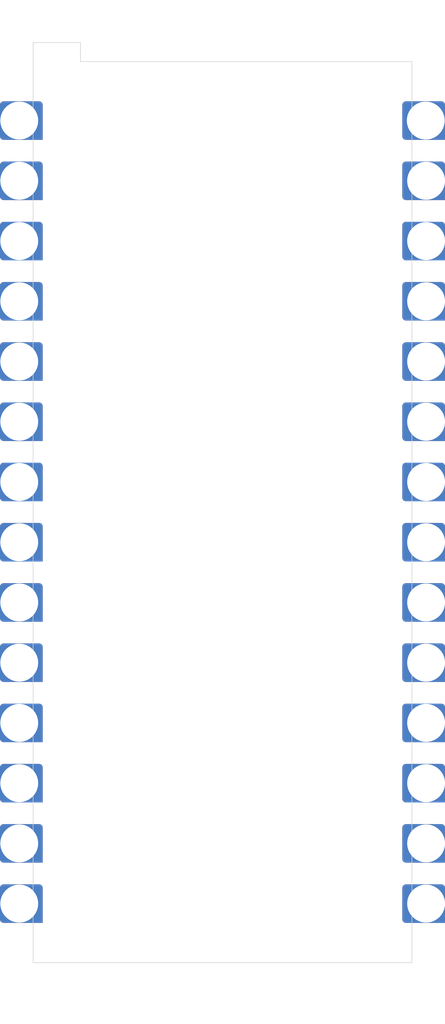
<source format=kicad_pcb>
(kicad_pcb (version 20171130) (host pcbnew 5.1.8-db9833491~88~ubuntu20.10.1)

  (general
    (thickness 1.6)
    (drawings 6)
    (tracks 0)
    (zones 0)
    (modules 2)
    (nets 1)
  )

  (page A4)
  (layers
    (0 Top signal)
    (31 Bottom signal)
    (32 B.Adhes user hide)
    (33 F.Adhes user hide)
    (34 B.Paste user hide)
    (35 F.Paste user hide)
    (36 B.SilkS user)
    (37 F.SilkS user)
    (38 B.Mask user)
    (39 F.Mask user)
    (40 Dwgs.User user)
    (41 Cmts.User user hide)
    (42 Eco1.User user hide)
    (43 Eco2.User user)
    (44 Edge.Cuts user)
    (45 Margin user hide)
    (46 B.CrtYd user hide)
    (47 F.CrtYd user hide)
    (48 B.Fab user hide)
    (49 F.Fab user hide)
  )

  (setup
    (last_trace_width 0.2032)
    (user_trace_width 0.2032)
    (user_trace_width 0.4064)
    (trace_clearance 0.2032)
    (zone_clearance 0.508)
    (zone_45_only no)
    (trace_min 0.1524)
    (via_size 0.508)
    (via_drill 0.254)
    (via_min_size 0.254)
    (via_min_drill 0.254)
    (user_via 0.508 0.254)
    (uvia_size 0.508)
    (uvia_drill 0.254)
    (uvias_allowed no)
    (uvia_min_size 0.508)
    (uvia_min_drill 0.1524)
    (edge_width 0.0254)
    (segment_width 0.2032)
    (pcb_text_width 0.254)
    (pcb_text_size 1.2192 1.2192)
    (mod_edge_width 0.0762)
    (mod_text_size 0.6096 0.6096)
    (mod_text_width 0.0762)
    (pad_size 0.7 0.7)
    (pad_drill 0.7)
    (pad_to_mask_clearance 0)
    (aux_axis_origin 0 0)
    (grid_origin 147.2184 99.187)
    (visible_elements FFFFFF7F)
    (pcbplotparams
      (layerselection 0x01ff0_ffffffff)
      (usegerberextensions false)
      (usegerberattributes false)
      (usegerberadvancedattributes false)
      (creategerberjobfile false)
      (excludeedgelayer true)
      (linewidth 0.050800)
      (plotframeref false)
      (viasonmask false)
      (mode 1)
      (useauxorigin false)
      (hpglpennumber 1)
      (hpglpenspeed 20)
      (hpglpendiameter 15.000000)
      (psnegative false)
      (psa4output false)
      (plotreference true)
      (plotvalue true)
      (plotinvisibletext false)
      (padsonsilk false)
      (subtractmaskfromsilk false)
      (outputformat 1)
      (mirror false)
      (drillshape 0)
      (scaleselection 1)
      (outputdirectory "gerber_export/bump/"))
  )

  (net 0 "")

  (net_class Default "This is the default net class."
    (clearance 0.2032)
    (trace_width 0.2032)
    (via_dia 0.508)
    (via_drill 0.254)
    (uvia_dia 0.508)
    (uvia_drill 0.254)
    (diff_pair_width 0.2032)
    (diff_pair_gap 0.254)
  )

  (module 000_LOCAL:pcb2molex8878 locked (layer Top) (tedit 5FBFFF60) (tstamp 5DAB3CD0)
    (at 147.2184 99.187)
    (descr "Castellated edge contacts to fit Molex 8878 Socket")
    (solder_mask_margin 0.0508)
    (fp_text reference contacts1 (at -0.9906 -0.9906 -90) (layer Dwgs.User) hide
      (effects (font (size 1.2065 1.2065) (thickness 0.127)) (justify left bottom))
    )
    (fp_text value Molex_50-39-5288 (at 2.0701 -8.8773 -90) (layer F.Fab) hide
      (effects (font (size 1.2065 1.2065) (thickness 0.1016)) (justify left bottom))
    )
    (fp_arc (start -5.4229 19.9136) (end -4.5593 19.9136) (angle -90) (layer Eco1.User) (width 0.00508))
    (fp_arc (start -2.1717 19.9136) (end -2.1717 19.05) (angle -90) (layer Eco1.User) (width 0.00508))
    (fp_arc (start 5.4229 19.9136) (end 5.4229 19.05) (angle -90) (layer Eco1.User) (width 0.00508))
    (fp_arc (start 2.1717 19.9136) (end 3.0353 19.9136) (angle -90) (layer Eco1.User) (width 0.00508))
    (fp_arc (start -1.6256 -19.9136) (end -1.6256 -19.05) (angle -90) (layer Eco1.User) (width 0.00508))
    (fp_arc (start 1.6256 -19.9136) (end 0.762 -19.9136) (angle -90) (layer Eco1.User) (width 0.00508))
    (fp_text user "Eco1.User is Edge.Cuts for use without carrier." (at -0.0298 12.25) (layer Eco1.User)
      (effects (font (size 0.2 0.2) (thickness 0.01)))
    )
    (fp_line (start -0.762 -19.05) (end -0.762 -21.59) (layer Eco1.User) (width 0.01))
    (fp_line (start -0.762 -21.59) (end 0.762 -21.59) (layer Eco1.User) (width 0.01))
    (fp_line (start 0.762 -21.59) (end 0.762 -19.05) (layer Eco1.User) (width 0.01))
    (fp_line (start -4.5593 19.05) (end -4.5593 21.59) (layer Eco1.User) (width 0.01))
    (fp_line (start -4.5593 21.59) (end -3.0353 21.59) (layer Eco1.User) (width 0.01))
    (fp_line (start -3.0353 21.59) (end -3.0353 19.05) (layer Eco1.User) (width 0.01))
    (fp_line (start 4.5593 19.05) (end 4.5593 21.59) (layer Eco1.User) (width 0.01))
    (fp_line (start 4.5593 21.59) (end 3.0353 21.59) (layer Eco1.User) (width 0.01))
    (fp_line (start 3.0353 21.59) (end 3.0353 19.05) (layer Eco1.User) (width 0.01))
    (fp_line (start 3.0353 19.05) (end -3.0353 19.05) (layer Eco1.User) (width 0.01))
    (fp_line (start -8.1 19.05) (end -8.1 -19.05) (layer Eco1.User) (width 0.01))
    (fp_line (start 8.1 19.05) (end 8.1 -19.05) (layer Eco1.User) (width 0.01))
    (fp_line (start -8.1 -19.05) (end -0.762 -19.05) (layer Eco1.User) (width 0.01))
    (fp_line (start 0.762 -19.05) (end 8.1 -19.05) (layer Eco1.User) (width 0.01))
    (fp_line (start -8.1 19.05) (end -4.5593 19.05) (layer Eco1.User) (width 0.01))
    (fp_line (start 4.5593 19.05) (end 8.1 19.05) (layer Eco1.User) (width 0.01))
    (fp_poly (pts (xy -7.747 -15.8496) (xy -9.2456 -15.8496) (xy -9.2456 -17.1704) (xy -7.747 -17.1704)) (layer Bottom) (width 0.3048))
    (fp_poly (pts (xy -7.747 -15.8496) (xy -9.2456 -15.8496) (xy -9.2456 -17.1704) (xy -7.747 -17.1704)) (layer Top) (width 0.3048))
    (fp_poly (pts (xy -7.747 -13.3096) (xy -9.2456 -13.3096) (xy -9.2456 -14.6304) (xy -7.747 -14.6304)) (layer Top) (width 0.3048))
    (fp_poly (pts (xy -7.747 -10.7696) (xy -9.2456 -10.7696) (xy -9.2456 -12.0904) (xy -7.747 -12.0904)) (layer Top) (width 0.3048))
    (fp_poly (pts (xy -7.747 -8.2296) (xy -9.2456 -8.2296) (xy -9.2456 -9.5504) (xy -7.747 -9.5504)) (layer Top) (width 0.3048))
    (fp_poly (pts (xy -7.747 -5.6896) (xy -9.2456 -5.6896) (xy -9.2456 -7.0104) (xy -7.747 -7.0104)) (layer Top) (width 0.3048))
    (fp_poly (pts (xy -7.747 -3.1496) (xy -9.2456 -3.1496) (xy -9.2456 -4.4704) (xy -7.747 -4.4704)) (layer Top) (width 0.3048))
    (fp_poly (pts (xy -7.747 -0.6096) (xy -9.2456 -0.6096) (xy -9.2456 -1.9304) (xy -7.747 -1.9304)) (layer Top) (width 0.3048))
    (fp_poly (pts (xy -7.747 1.9304) (xy -9.2456 1.9304) (xy -9.2456 0.6096) (xy -7.747 0.6096)) (layer Top) (width 0.3048))
    (fp_poly (pts (xy -7.747 4.4704) (xy -9.2456 4.4704) (xy -9.2456 3.1496) (xy -7.747 3.1496)) (layer Top) (width 0.3048))
    (fp_poly (pts (xy -7.747 7.0104) (xy -9.2456 7.0104) (xy -9.2456 5.6896) (xy -7.747 5.6896)) (layer Top) (width 0.3048))
    (fp_poly (pts (xy -7.747 9.5504) (xy -9.2456 9.5504) (xy -9.2456 8.2296) (xy -7.747 8.2296)) (layer Top) (width 0.3048))
    (fp_poly (pts (xy -7.747 12.0904) (xy -9.2456 12.0904) (xy -9.2456 10.7696) (xy -7.747 10.7696)) (layer Top) (width 0.3048))
    (fp_poly (pts (xy -7.747 14.6304) (xy -9.2456 14.6304) (xy -9.2456 13.3096) (xy -7.747 13.3096)) (layer Top) (width 0.3048))
    (fp_poly (pts (xy -7.747 17.1704) (xy -9.2456 17.1704) (xy -9.2456 15.8496) (xy -7.747 15.8496)) (layer Top) (width 0.3048))
    (fp_poly (pts (xy -7.747 10.7696) (xy -9.2456 10.7696) (xy -9.2456 12.0904) (xy -7.747 12.0904)) (layer Bottom) (width 0.3048))
    (fp_poly (pts (xy -7.747 15.8496) (xy -9.2456 15.8496) (xy -9.2456 17.1704) (xy -7.747 17.1704)) (layer Bottom) (width 0.3048))
    (fp_poly (pts (xy -7.747 -14.6304) (xy -9.2456 -14.6304) (xy -9.2456 -13.3096) (xy -7.747 -13.3096)) (layer Bottom) (width 0.3048))
    (fp_poly (pts (xy -7.747 8.2296) (xy -9.2456 8.2296) (xy -9.2456 9.5504) (xy -7.747 9.5504)) (layer Bottom) (width 0.3048))
    (fp_poly (pts (xy -7.747 5.6896) (xy -9.2456 5.6896) (xy -9.2456 7.0104) (xy -7.747 7.0104)) (layer Bottom) (width 0.3048))
    (fp_poly (pts (xy -7.747 -7.0104) (xy -9.2456 -7.0104) (xy -9.2456 -5.6896) (xy -7.747 -5.6896)) (layer Bottom) (width 0.3048))
    (fp_poly (pts (xy -7.747 -9.5504) (xy -9.2456 -9.5504) (xy -9.2456 -8.2296) (xy -7.747 -8.2296)) (layer Bottom) (width 0.3048))
    (fp_poly (pts (xy -7.747 13.3096) (xy -9.2456 13.3096) (xy -9.2456 14.6304) (xy -7.747 14.6304)) (layer Bottom) (width 0.3048))
    (fp_poly (pts (xy -7.747 -1.9304) (xy -9.2456 -1.9304) (xy -9.2456 -0.6096) (xy -7.747 -0.6096)) (layer Bottom) (width 0.3048))
    (fp_poly (pts (xy -7.747 -4.4704) (xy -9.2456 -4.4704) (xy -9.2456 -3.1496) (xy -7.747 -3.1496)) (layer Bottom) (width 0.3048))
    (fp_poly (pts (xy -7.747 -12.0904) (xy -9.2456 -12.0904) (xy -9.2456 -10.7696) (xy -7.747 -10.7696)) (layer Bottom) (width 0.3048))
    (fp_poly (pts (xy -7.747 3.1496) (xy -9.2456 3.1496) (xy -9.2456 4.4704) (xy -7.747 4.4704)) (layer Bottom) (width 0.3048))
    (fp_poly (pts (xy -7.747 0.6096) (xy -9.2456 0.6096) (xy -9.2456 1.9304) (xy -7.747 1.9304)) (layer Bottom) (width 0.3048))
    (fp_poly (pts (xy 9.2456 -15.8496) (xy 7.747 -15.8496) (xy 7.747 -17.1704) (xy 9.2456 -17.1704)) (layer Bottom) (width 0.3048))
    (fp_poly (pts (xy 9.2456 -15.8496) (xy 7.747 -15.8496) (xy 7.747 -17.1704) (xy 9.2456 -17.1704)) (layer Top) (width 0.3048))
    (fp_poly (pts (xy 9.2456 -8.2296) (xy 7.747 -8.2296) (xy 7.747 -9.5504) (xy 9.2456 -9.5504)) (layer Top) (width 0.3048))
    (fp_poly (pts (xy 9.2456 15.8496) (xy 7.747 15.8496) (xy 7.747 17.1704) (xy 9.2456 17.1704)) (layer Bottom) (width 0.3048))
    (fp_poly (pts (xy 9.2456 -13.3096) (xy 7.747 -13.3096) (xy 7.747 -14.6304) (xy 9.2456 -14.6304)) (layer Top) (width 0.3048))
    (fp_poly (pts (xy 9.2456 -7.0104) (xy 7.747 -7.0104) (xy 7.747 -5.6896) (xy 9.2456 -5.6896)) (layer Bottom) (width 0.3048))
    (fp_poly (pts (xy 9.2456 5.6896) (xy 7.747 5.6896) (xy 7.747 7.0104) (xy 9.2456 7.0104)) (layer Bottom) (width 0.3048))
    (fp_poly (pts (xy 9.2456 17.1704) (xy 7.747 17.1704) (xy 7.747 15.8496) (xy 9.2456 15.8496)) (layer Top) (width 0.3048))
    (fp_poly (pts (xy 9.2456 -5.6896) (xy 7.747 -5.6896) (xy 7.747 -7.0104) (xy 9.2456 -7.0104)) (layer Top) (width 0.3048))
    (fp_poly (pts (xy 9.2456 -1.9304) (xy 7.747 -1.9304) (xy 7.747 -0.6096) (xy 9.2456 -0.6096)) (layer Bottom) (width 0.3048))
    (fp_poly (pts (xy 9.2456 -3.1496) (xy 7.747 -3.1496) (xy 7.747 -4.4704) (xy 9.2456 -4.4704)) (layer Top) (width 0.3048))
    (fp_poly (pts (xy 9.2456 9.5504) (xy 7.747 9.5504) (xy 7.747 8.2296) (xy 9.2456 8.2296)) (layer Top) (width 0.3048))
    (fp_poly (pts (xy 9.2456 12.0904) (xy 7.747 12.0904) (xy 7.747 10.7696) (xy 9.2456 10.7696)) (layer Top) (width 0.3048))
    (fp_poly (pts (xy 9.2456 -14.6304) (xy 7.747 -14.6304) (xy 7.747 -13.3096) (xy 9.2456 -13.3096)) (layer Bottom) (width 0.3048))
    (fp_poly (pts (xy 9.2456 -12.0904) (xy 7.747 -12.0904) (xy 7.747 -10.7696) (xy 9.2456 -10.7696)) (layer Bottom) (width 0.3048))
    (fp_poly (pts (xy 9.2456 3.1496) (xy 7.747 3.1496) (xy 7.747 4.4704) (xy 9.2456 4.4704)) (layer Bottom) (width 0.3048))
    (fp_poly (pts (xy 9.2456 0.6096) (xy 7.747 0.6096) (xy 7.747 1.9304) (xy 9.2456 1.9304)) (layer Bottom) (width 0.3048))
    (fp_poly (pts (xy 9.2456 -9.5504) (xy 7.747 -9.5504) (xy 7.747 -8.2296) (xy 9.2456 -8.2296)) (layer Bottom) (width 0.3048))
    (fp_poly (pts (xy 9.2456 -10.7696) (xy 7.747 -10.7696) (xy 7.747 -12.0904) (xy 9.2456 -12.0904)) (layer Top) (width 0.3048))
    (fp_poly (pts (xy 9.2456 13.3096) (xy 7.747 13.3096) (xy 7.747 14.6304) (xy 9.2456 14.6304)) (layer Bottom) (width 0.3048))
    (fp_poly (pts (xy 9.2456 8.2296) (xy 7.747 8.2296) (xy 7.747 9.5504) (xy 9.2456 9.5504)) (layer Bottom) (width 0.3048))
    (fp_poly (pts (xy 9.2456 -4.4704) (xy 7.747 -4.4704) (xy 7.747 -3.1496) (xy 9.2456 -3.1496)) (layer Bottom) (width 0.3048))
    (fp_poly (pts (xy 9.2456 4.4704) (xy 7.747 4.4704) (xy 7.747 3.1496) (xy 9.2456 3.1496)) (layer Top) (width 0.3048))
    (fp_poly (pts (xy 9.2456 10.7696) (xy 7.747 10.7696) (xy 7.747 12.0904) (xy 9.2456 12.0904)) (layer Bottom) (width 0.3048))
    (fp_poly (pts (xy 9.2456 7.0104) (xy 7.747 7.0104) (xy 7.747 5.6896) (xy 9.2456 5.6896)) (layer Top) (width 0.3048))
    (fp_poly (pts (xy 9.2456 14.6304) (xy 7.747 14.6304) (xy 7.747 13.3096) (xy 9.2456 13.3096)) (layer Top) (width 0.3048))
    (fp_poly (pts (xy 9.2456 -0.6096) (xy 7.747 -0.6096) (xy 7.747 -1.9304) (xy 9.2456 -1.9304)) (layer Top) (width 0.3048))
    (fp_poly (pts (xy 9.2456 1.9304) (xy 7.747 1.9304) (xy 7.747 0.6096) (xy 9.2456 0.6096)) (layer Top) (width 0.3048))
    (pad 1 thru_hole circle (at -8.5852 -16.51) (size 1.6002 1.6002) (drill 1.59766) (layers *.Cu *.Mask)
      (zone_connect 0))
    (pad 28 thru_hole circle (at 8.5852 -16.51 180) (size 1.6002 1.6002) (drill 1.59766) (layers *.Cu *.Mask))
    (pad 14 thru_hole circle (at -8.5852 16.51) (size 1.6002 1.6002) (drill 1.59766) (layers *.Cu *.Mask)
      (zone_connect 0))
    (pad 27 thru_hole circle (at 8.6 -13.97 180) (size 1.6002 1.6002) (drill 1.59766) (layers *.Cu *.Mask))
    (pad 13 thru_hole circle (at -8.5852 13.97) (size 1.6002 1.6002) (drill 1.59766) (layers *.Cu *.Mask)
      (zone_connect 0))
    (pad 26 thru_hole circle (at 8.6 -11.43 180) (size 1.6002 1.6002) (drill 1.59766) (layers *.Cu *.Mask))
    (pad 12 thru_hole circle (at -8.5852 11.43) (size 1.6002 1.6002) (drill 1.59766) (layers *.Cu *.Mask)
      (zone_connect 0))
    (pad 25 thru_hole circle (at 8.6 -8.89 180) (size 1.6002 1.6002) (drill 1.59766) (layers *.Cu *.Mask))
    (pad 11 thru_hole circle (at -8.5852 8.89) (size 1.6002 1.6002) (drill 1.59766) (layers *.Cu *.Mask)
      (zone_connect 0))
    (pad 24 thru_hole circle (at 8.6 -6.35 180) (size 1.6002 1.6002) (drill 1.59766) (layers *.Cu *.Mask))
    (pad 10 thru_hole circle (at -8.5852 6.35) (size 1.6002 1.6002) (drill 1.59766) (layers *.Cu *.Mask)
      (zone_connect 0))
    (pad 23 thru_hole circle (at 8.6 -3.81 180) (size 1.6002 1.6002) (drill 1.59766) (layers *.Cu *.Mask))
    (pad 9 thru_hole circle (at -8.5852 3.81) (size 1.6002 1.6002) (drill 1.59766) (layers *.Cu *.Mask)
      (zone_connect 0))
    (pad 22 thru_hole circle (at 8.6 -1.27 180) (size 1.6002 1.6002) (drill 1.59766) (layers *.Cu *.Mask))
    (pad 8 thru_hole circle (at -8.5852 1.27) (size 1.6002 1.6002) (drill 1.59766) (layers *.Cu *.Mask)
      (zone_connect 0))
    (pad 21 thru_hole circle (at 8.6 1.27 180) (size 1.6002 1.6002) (drill 1.59766) (layers *.Cu *.Mask))
    (pad 7 thru_hole circle (at -8.5852 -1.27) (size 1.6002 1.6002) (drill 1.59766) (layers *.Cu *.Mask)
      (zone_connect 0))
    (pad 20 thru_hole circle (at 8.6 3.81 180) (size 1.6002 1.6002) (drill 1.59766) (layers *.Cu *.Mask))
    (pad 6 thru_hole circle (at -8.5852 -3.81) (size 1.6002 1.6002) (drill 1.59766) (layers *.Cu *.Mask)
      (zone_connect 0))
    (pad 19 thru_hole circle (at 8.6 6.35 180) (size 1.6002 1.6002) (drill 1.59766) (layers *.Cu *.Mask))
    (pad 5 thru_hole circle (at -8.5852 -6.35) (size 1.6002 1.6002) (drill 1.59766) (layers *.Cu *.Mask)
      (zone_connect 0))
    (pad 18 thru_hole circle (at 8.6 8.89 180) (size 1.6002 1.6002) (drill 1.59766) (layers *.Cu *.Mask))
    (pad 4 thru_hole circle (at -8.5852 -8.89) (size 1.6002 1.6002) (drill 1.59766) (layers *.Cu *.Mask)
      (zone_connect 0))
    (pad 17 thru_hole circle (at 8.6 11.43 180) (size 1.6002 1.6002) (drill 1.59766) (layers *.Cu *.Mask))
    (pad 3 thru_hole circle (at -8.5852 -11.43) (size 1.6002 1.6002) (drill 1.59766) (layers *.Cu *.Mask)
      (zone_connect 0))
    (pad 16 thru_hole circle (at 8.6 13.97 180) (size 1.6002 1.6002) (drill 1.59766) (layers *.Cu *.Mask))
    (pad 2 thru_hole circle (at -8.5852 -13.97) (size 1.6002 1.6002) (drill 1.59766) (layers *.Cu *.Mask)
      (zone_connect 0))
    (pad 15 thru_hole circle (at 8.6 16.51 180) (size 1.6002 1.6002) (drill 1.59766) (layers *.Cu *.Mask))
  )

  (module 000_LOCAL:pcb2molex8878_bump (layer Top) (tedit 5E5AAC54) (tstamp 5DB19C82)
    (at 147.2184 99.187)
    (descr "Castellated edge contacts to fit Molex 8878 Socket")
    (solder_mask_margin -0.28)
    (fp_text reference carrier1 (at -0.9906 -0.9906 -90) (layer Dwgs.User) hide
      (effects (font (size 1.2065 1.2065) (thickness 0.127)) (justify left bottom))
    )
    (fp_text value pcb2molex8878_bump (at 2.23 -9.45 -90) (layer F.Fab) hide
      (effects (font (size 1.2065 1.2065) (thickness 0.1016)) (justify left bottom))
    )
    (fp_line (start 8 19) (end -8 19) (layer Eco2.User) (width 0.01))
    (fp_line (start 8 19) (end 8 -19) (layer Eco2.User) (width 0.01))
    (fp_line (start -8 -19.8) (end -6 -19.8) (layer Eco2.User) (width 0.01))
    (fp_line (start -6 -19.8) (end -6 -19) (layer Eco2.User) (width 0.01))
    (fp_line (start -8 -19.8) (end -8 19) (layer Eco2.User) (width 0.01))
    (fp_line (start -6 -19) (end 8 -19) (layer Eco2.User) (width 0.01))
    (fp_line (start -6 -19.3) (end -6.3 -19.3) (layer Dwgs.User) (width 0.01))
    (fp_line (start -6.3 -19.3) (end -6 -19.3) (layer Dwgs.User) (width 0.01))
    (fp_line (start -6 -19.3) (end -6.1 -19.45) (layer Dwgs.User) (width 0.01))
    (fp_line (start -6 -19.3) (end -6.1 -19.15) (layer Dwgs.User) (width 0.01))
    (fp_line (start -5.75 -19.4) (end -5.75 -19.55) (layer Dwgs.User) (width 0.01))
    (fp_line (start -5.75 -19.4) (end -5.6 -19.4) (layer Dwgs.User) (width 0.01))
    (fp_line (start -5.75 -19.4) (end -5.5 -19.65) (layer Dwgs.User) (width 0.01))
    (fp_line (start -7.2 18.3) (end -7.2 -18.3) (layer Dwgs.User) (width 0.01))
    (fp_line (start -7.2 -18.3) (end 7.2 -18.3) (layer Dwgs.User) (width 0.01))
    (fp_line (start 7.2 -18.3) (end 7.2 18.3) (layer Dwgs.User) (width 0.01))
    (fp_line (start 7.2 18.3) (end -7.2 18.3) (layer Dwgs.User) (width 0.01))
    (fp_line (start -5 -19) (end -5 -18) (layer Dwgs.User) (width 0.01))
    (fp_line (start -5 -18) (end 5 -18) (layer Dwgs.User) (width 0.01))
    (fp_line (start 5 -18) (end 5 -19) (layer Dwgs.User) (width 0.01))
    (fp_line (start 5 -19) (end -5 -19) (layer Dwgs.User) (width 0.01))
    (fp_line (start -5 19) (end -5 18) (layer Dwgs.User) (width 0.01))
    (fp_line (start -5 18) (end 5 18) (layer Dwgs.User) (width 0.01))
    (fp_line (start 5 18) (end 5 19) (layer Dwgs.User) (width 0.01))
    (fp_line (start 5 19) (end -5 19) (layer Dwgs.User) (width 0.01))
    (fp_line (start -4.1 -18) (end -4.3 -17.8) (layer Dwgs.User) (width 0.01))
    (fp_line (start -4.1 -18) (end -3.9 -17.8) (layer Dwgs.User) (width 0.01))
    (fp_line (start -6.08 -18.3) (end -5.88 -18.1) (layer Dwgs.User) (width 0.01))
    (fp_line (start -6.08 -18.3) (end -6.28 -18.1) (layer Dwgs.User) (width 0.01))
    (fp_line (start -6.08 -18.3) (end -6.08 -16.51) (layer Dwgs.User) (width 0.01))
    (fp_line (start -6.08 -16.51) (end -5.35 -16.51) (layer Dwgs.User) (width 0.01))
    (fp_line (start -4.1 -18) (end -4.1 -17.31) (layer Dwgs.User) (width 0.01))
    (fp_line (start -4.1 -17.31) (end -3.22 -17.31) (layer Dwgs.User) (width 0.01))
    (fp_text user "10.0 x 1.0 retainer wedges on top surface" (at 0.11 -17.31) (layer Dwgs.User)
      (effects (font (size 0.2 0.2) (thickness 0.01)))
    )
    (fp_arc (start -5.1364 -19.8636) (end -6 -19.8636) (angle -90) (layer Dwgs.User) (width 0.01))
    (fp_text user "actual pcb edge - 0.34\" mill radius" (at -4.05 -19.65) (layer Dwgs.User)
      (effects (font (size 0.1 0.1) (thickness 0.01)))
    )
    (fp_text user "Router Path" (at -6.8 -19.3) (layer Dwgs.User)
      (effects (font (size 0.1 0.1) (thickness 0.01)))
    )
    (fp_text user "36.6 x 14.4 x 1.4 - backside pocket" (at -2.42 -16.5) (layer Dwgs.User)
      (effects (font (size 0.2 0.2) (thickness 0.01)))
    )
    (fp_text user "Eco2.User is Edge.Cuts for use with \"pcb2molex8878_bump\" carrier." (at -0.05 13.65) (layer Eco2.User)
      (effects (font (size 0.2 0.2) (thickness 0.01)))
    )
    (model ${KIPRJMOD}/000_LOCAL.pretty/3d/pcb2molex8878_bump.step
      (offset (xyz 0 0 -0.2))
      (scale (xyz 1 1 1))
      (rotate (xyz 0 0 90))
    )
  )

  (gr_line (start 139.2184 79.387) (end 139.2184 118.187) (layer Edge.Cuts) (width 0.0254) (tstamp 5E3BE9BB))
  (gr_line (start 155.2184 118.187) (end 155.2184 80.187) (layer Edge.Cuts) (width 0.0254) (tstamp 5E3BE9BA))
  (gr_line (start 141.2184 80.187) (end 155.2184 80.187) (layer Edge.Cuts) (width 0.0254) (tstamp 5DB6743B))
  (gr_line (start 141.2184 79.387) (end 141.2184 80.187) (layer Edge.Cuts) (width 0.0254))
  (gr_line (start 139.2184 79.387) (end 141.2184 79.387) (layer Edge.Cuts) (width 0.0254))
  (gr_line (start 139.2184 118.187) (end 155.2184 118.187) (layer Edge.Cuts) (width 0.0254))

)

</source>
